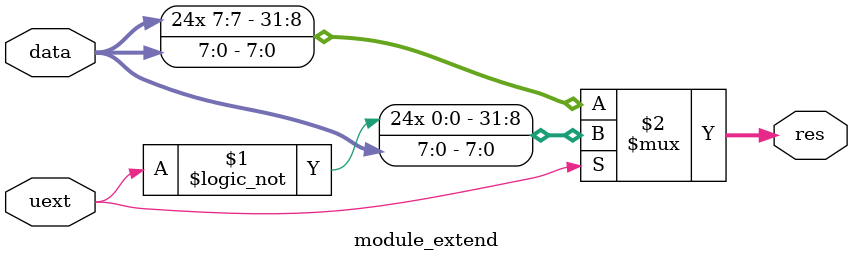
<source format=sv>
`ifndef __FILE_EXTEND_V
`define __FILE_EXTEND_V

(* dont_touch = "yes" *) module module_extend #(
    parameter DATA_LEN = 8, // width of data
    parameter RES_LEN  = 32 // width of result (extended) data
) (
    input  logic [DATA_LEN-1:0] data, // data to be extended
    input  logic                uext, // whether to perform unsigned extension

    output logic [RES_LEN-1:0]  res   // result (extended data)
);

    assign res = uext ? { {(RES_LEN - DATA_LEN){!uext}}, data } : { {(RES_LEN - DATA_LEN){data[DATA_LEN-1]}}, data };

endmodule

`endif // __FILE_EXTEND_V
</source>
